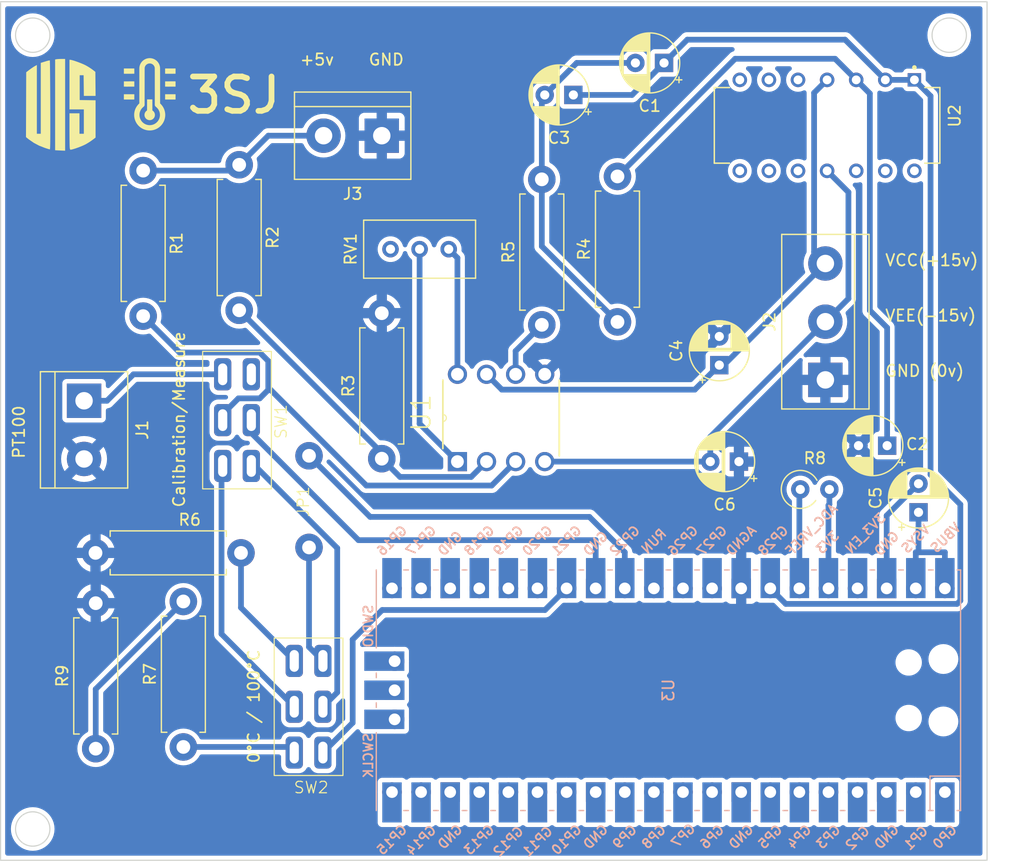
<source format=kicad_pcb>
(kicad_pcb (version 20221018) (generator pcbnew)
  (title_block (title "RTD Project") (date "2023-07-10") (rev "V1.0") (company "Diseño de sistemas Electronicos") (comment 1 "Guerrero Peña Juan Sebastian") (comment 2 "García Angarita Sebastián") (comment 3 "Valero García Laura Sofía") (comment 4 "Pineda Cardozo Juliana Lucía"))
  (layers (0 "F.Cu" signal) (31 "B.Cu" signal) (34 "B.Paste" user) (35 "F.Paste" user) (36 "B.SilkS" user "B.Silkscreen") (37 "F.SilkS" user "F.Silkscreen") (38 "B.Mask" user) (39 "F.Mask" user) (44 "Edge.Cuts" user))
  (net 0 "")
  (net 1 "Net-(U2A--)")
  (net 2 "Net-(C1-Pad2)")
  (net 3 "Net-(U2A-+)")
  (net 4 "GND")
  (net 5 "VCC")
  (net 6 "Net-(U3-VBUS)")
  (net 7 "Net-(C5-Pad2)")
  (net 8 "VEE")
  (net 9 "Net-(J1-Pin_1)")
  (net 10 "+5V")
  (net 11 "Net-(SW1A-B)")
  (net 12 "Net-(U1--)")
  (net 13 "Net-(R5-Pad1)")
  (net 14 "Net-(SW2A-C)")
  (net 15 "Net-(SW2A-A)")
  (net 16 "Net-(R7-Pad2)")
  (net 17 "Net-(U3-ADC_VREF)")
  (net 18 "Net-(U3-3V3)")
  (net 20 "Net-(RV1-Pad2)")
  (net 21 "Net-(RV1-Pad3)")
  (net 22 "Net-(SW1B-A)")
  (net 23 "Net-(SW1B-B)")
  (net 24 "Net-(SW2B-A)")
  (net 57 "Net-(SW1A-A)")
  (net 58 "Net-(JP1-A)")
  (net 59 "Net-(JP1-B)")
  (footprint "Resistor_THT:R_Axial_DIN0411_L9.9mm_D3.6mm_P12.70mm_Horizontal" (layer "F.Cu") (at 63.92 87.68 90)
    (fp_text reference "R9" (at 6.35 -2.92 90) (layer "F.SilkS"))
    (fp_text value "20.6Ω")
    (pad "1" thru_hole circle (at 0 0 90) (size 2.4 2.4) (drill 1.2) (layers "*.Cu" "*.Mask") (net 16 "Net-(R7-Pad2)"))
    (pad "2" thru_hole oval (at 12.7 0 90) (size 2.4 2.4) (drill 1.2) (layers "*.Cu" "*.Mask") (net 4 "GND"))
  )
  (footprint "MyIcons:UIS" (layer "F.Cu") (at 60.86964 31.461017)
    (fp_text reference "G***" hide)
    (fp_text value "LOGO" hide)
  )
  (footprint "MyIcons:Temperature" (layer "F.Cu") (at 68.63 30.56)
    (fp_text reference "G***" hide)
    (fp_text value "LOGO" hide)
  )
  (footprint "MyLibrary:TerminalBlock_bornier-2_P5.08mm" (layer "F.Cu") (at 88.888 34.174 180)
    (fp_text reference "J3" (at 2.54 -5.08 180) (layer "F.SilkS"))
    (fp_text value "5vPower")
    (pad "1" thru_hole rect (at 0 0 180) (size 3 3) (drill 1.52) (layers "*.Cu" "*.Mask") (net 4 "GND"))
    (pad "2" thru_hole circle (at 5.08 0 180) (size 3 3) (drill 1.52) (layers "*.Cu" "*.Mask") (net 10 "+5V"))
  )
  (footprint "TerminalBlock:TerminalBlock_bornier-3_P5.08mm" (layer "F.Cu") (at 127.61 55.49 90)
    (fp_text reference "J2" (at 5.0749 -4.88 90) (layer "F.SilkS"))
    (fp_text value "Alimentacion")
    (pad "1" thru_hole rect (at 0 0 90) (size 3 3) (drill 1.52) (layers "*.Cu" "*.Mask") (net 4 "GND"))
    (pad "2" thru_hole circle (at 5.08 0 90) (size 3 3) (drill 1.52) (layers "*.Cu" "*.Mask") (net 8 "VEE"))
    (pad "3" thru_hole circle (at 10.16 0 90) (size 3 3) (drill 1.52) (layers "*.Cu" "*.Mask") (net 5 "VCC"))
  )
  (footprint "INA128P:DIP254P762X508-8" (layer "F.Cu") (at 103.112 55.002 90)
    (fp_text reference "U1" (at -3.357835 -10.785785 90) (layer "F.SilkS") (effects (font (size 1.642465 1.642465))))
    (fp_text value "INA129")
    (pad "1" thru_hole rect (at -7.62 -7.62 90) (size 1.6764 1.6764) (drill 1.1176) (layers "*.Cu" "*.Mask") (net 20 "Net-(RV1-Pad2)"))
    (pad "2" thru_hole circle (at -7.62 -5.08 90) (size 1.6764 1.6764) (drill 1.1176) (layers "*.Cu" "*.Mask") (net 12 "Net-(U1--)"))
    (pad "3" thru_hole circle (at -7.62 -2.54 90) (size 1.6764 1.6764) (drill 1.1176) (layers "*.Cu" "*.Mask") (net 11 "Net-(SW1A-B)"))
    (pad "4" thru_hole circle (at -7.62 0 90) (size 1.6764 1.6764) (drill 1.1176) (layers "*.Cu" "*.Mask") (net 8 "VEE"))
    (pad "5" thru_hole circle (at 0 0 90) (size 1.6764 1.6764) (drill 1.1176) (layers "*.Cu" "*.Mask") (net 4 "GND"))
    (pad "6" thru_hole circle (at 0 -2.54 90) (size 1.6764 1.6764) (drill 1.1176) (layers "*.Cu" "*.Mask") (net 13 "Net-(R5-Pad1)"))
    (pad "7" thru_hole circle (at 0 -5.08 90) (size 1.6764 1.6764) (drill 1.1176) (layers "*.Cu" "*.Mask") (net 5 "VCC"))
    (pad "8" thru_hole circle (at 0 -7.62 90) (size 1.6764 1.6764) (drill 1.1176) (layers "*.Cu" "*.Mask") (net 21 "Net-(RV1-Pad3)"))
  )
  (footprint "Capacitor_THT:CP_Radial_D5.0mm_P2.50mm" (layer "F.Cu") (at 120.065113 62.622 180)
    (fp_text reference "C6" (at 1.25 -3.75) (layer "F.SilkS"))
    (fp_text value "C_Polarized")
    (pad "1" thru_hole rect (at 0 0 180) (size 1.6 1.6) (drill 0.8) (layers "*.Cu" "*.Mask") (net 4 "GND"))
    (pad "2" thru_hole circle (at 2.5 0 180) (size 1.6 1.6) (drill 0.8) (layers "*.Cu" "*.Mask") (net 8 "VEE"))
  )
  (footprint "Resistor_THT:R_Axial_DIN0411_L9.9mm_D3.6mm_P12.70mm_Horizontal" (layer "F.Cu") (at 76.442 36.714 -90)
    (fp_text reference "R2" (at 6.35 -2.92 90) (layer "F.SilkS"))
    (fp_text value "4k")
    (pad "1" thru_hole circle (at 0 0 270) (size 2.4 2.4) (drill 1.2) (layers "*.Cu" "*.Mask") (net 10 "+5V"))
    (pad "2" thru_hole oval (at 12.7 0 270) (size 2.4 2.4) (drill 1.2) (layers "*.Cu" "*.Mask") (net 12 "Net-(U1--)"))
  )
  (footprint "Resistor_THT:R_Axial_DIN0411_L9.9mm_D3.6mm_P12.70mm_Horizontal" (layer "F.Cu") (at 71.57 87.53 90)
    (fp_text reference "R7" (at 6.35 -2.92 90) (layer "F.SilkS"))
    (fp_text value "117.9Ω")
    (pad "1" thru_hole circle (at 0 0 90) (size 2.4 2.4) (drill 1.2) (layers "*.Cu" "*.Mask") (net 15 "Net-(SW2A-A)"))
    (pad "2" thru_hole oval (at 12.7 0 90) (size 2.4 2.4) (drill 1.2) (layers "*.Cu" "*.Mask") (net 16 "Net-(R7-Pad2)"))
  )
  (footprint "MyLibrary:TerminalBlock_bornier-2_P5.08mm" (layer "F.Cu") (at 62.90205 57.312 -90)
    (fp_text reference "J1" (at 2.54 -5.08 -90) (layer "F.SilkS"))
    (fp_text value "PinToPT100")
    (pad "1" thru_hole rect (at 0 0 270) (size 3 3) (drill 1.52) (layers "*.Cu" "*.Mask") (net 9 "Net-(J1-Pin_1)"))
    (pad "2" thru_hole circle (at 5.08 0 270) (size 3 3) (drill 1.52) (layers "*.Cu" "*.Mask") (net 4 "GND"))
  )
  (footprint "Resistor_THT:R_Axial_DIN0411_L9.9mm_D3.6mm_P12.70mm_Horizontal" (layer "F.Cu") (at 88.888 62.368 90)
    (fp_text reference "R3" (at 6.35 -2.92 90) (layer "F.SilkS"))
    (fp_text value "100Ω")
    (pad "1" thru_hole circle (at 0 0 90) (size 2.4 2.4) (drill 1.2) (layers "*.Cu" "*.Mask") (net 12 "Net-(U1--)"))
    (pad "2" thru_hole oval (at 12.7 0 90) (size 2.4 2.4) (drill 1.2) (layers "*.Cu" "*.Mask") (net 4 "GND"))
  )
  (footprint "MyLibrary:DIP-Switch-2P2T" (layer "F.Cu") (at 76.25205 59.002 90)
    (fp_text reference "SW1" (at -0.128 3.83795 90 unlocked) (layer "F.SilkS") (effects (font (thickness 0.1))))
    (fp_text value "SW_DPDT_x2")
    (pad "1" thru_hole roundrect (at -4 -1.25 90) (size 2.8 1.5) (drill oval 1.9 0.8) (layers "*.Cu" "*.Mask") (net 57 "Net-(SW1A-A)"))
    (pad "2" thru_hole roundrect (at 0 -1.25 90) (size 2.8 1.5) (drill oval 1.9 0.8) (layers "*.Cu" "*.Mask") (net 11 "Net-(SW1A-B)"))
    (pad "3" thru_hole roundrect (at 4 -1.25 90) (size 2.8 1.5) (drill oval 1.9 0.8) (layers "*.Cu" "*.Mask") (net 9 "Net-(J1-Pin_1)"))
    (pad "4" thru_hole roundrect (at -4 1.25 270) (size 2.8 1.5) (drill oval 1.9 0.8) (layers "*.Cu" "*.Mask") (net 22 "Net-(SW1B-A)"))
    (pad "5" thru_hole roundrect (at 0 1.25 90) (size 2.8 1.5) (drill oval 1.9 0.8) (layers "*.Cu" "*.Mask") (net 23 "Net-(SW1B-B)"))
    (pad "6" thru_hole roundrect (at 4 1.25 90) (size 2.8 1.5) (drill oval 1.9 0.8) (layers "*.Cu" "*.Mask"))
  )
  (footprint "Resistor_THT:R_Axial_DIN0309_L9.0mm_D3.2mm_P2.54mm_Vertical" (layer "F.Cu") (at 125.42 65.05)
    (fp_text reference "R8" (at 1.27 -2.72) (layer "F.SilkS"))
    (fp_text value "100")
    (pad "1" thru_hole circle (at 0 0) (size 1.6 1.6) (drill 0.8) (layers "*.Cu" "*.Mask") (net 17 "Net-(U3-ADC_VREF)"))
    (pad "2" thru_hole oval (at 2.54 0) (size 1.6 1.6) (drill 0.8) (layers "*.Cu" "*.Mask") (net 18 "Net-(U3-3V3)"))
  )
  (footprint "Capacitor_THT:CP_Radial_D5.0mm_P2.50mm" (layer "F.Cu") (at 133 61.23 180)
    (fp_text reference "C2" (at -2.624 0.132) (layer "F.SilkS"))
    (fp_text value "10u")
    (pad "1" thru_hole rect (at 0 0 180) (size 1.6 1.6) (drill 0.8) (layers "*.Cu" "*.Mask") (net 3 "Net-(U2A-+)"))
    (pad "2" thru_hole circle (at 2.5 0 180) (size 1.6 1.6) (drill 0.8) (layers "*.Cu" "*.Mask") (net 4 "GND"))
  )
  (footprint "Capacitor_THT:CP_Radial_D5.0mm_P2.50mm" (layer "F.Cu") (at 113.526 27.824 180)
    (fp_text reference "C1" (at 1.25 -3.75) (layer "F.SilkS"))
    (fp_text value "10u")
    (pad "1" thru_hole rect (at 0 0 180) (size 1.6 1.6) (drill 0.8) (layers "*.Cu" "*.Mask") (net 1 "Net-(U2A--)"))
    (pad "2" thru_hole circle (at 2.5 0 180) (size 1.6 1.6) (drill 0.8) (layers "*.Cu" "*.Mask") (net 2 "Net-(C1-Pad2)"))
  )
  (footprint "Potentiometer_THT:Potentiometer_Bourns_3386C_Horizontal" (layer "F.Cu") (at 89.65 44.08 90)
    (fp_text reference "RV1" (at 0 -3.475 90) (layer "F.SilkS"))
    (fp_text value "RTrim")
    (pad "1" thru_hole circle (at 0 0 90) (size 1.44 1.44) (drill 0.8) (layers "*.Cu" "*.Mask"))
    (pad "2" thru_hole circle (at 0 2.54 90) (size 1.44 1.44) (drill 0.8) (layers "*.Cu" "*.Mask") (net 20 "Net-(RV1-Pad2)"))
    (pad "3" thru_hole circle (at 0 5.08 90) (size 1.44 1.44) (drill 0.8) (layers "*.Cu" "*.Mask") (net 21 "Net-(RV1-Pad3)"))
  )
  (footprint "Resistor_THT:R_Axial_DIN0411_L9.9mm_D3.6mm_P12.70mm_Horizontal" (layer "F.Cu") (at 76.6 70.59 180)
    (fp_text reference "R6" (at 4.476 2.888) (layer "F.SilkS"))
    (fp_text value "100Ω")
    (pad "1" thru_hole circle (at 0 0 180) (size 2.4 2.4) (drill 1.2) (layers "*.Cu" "*.Mask") (net 14 "Net-(SW2A-C)"))
    (pad "2" thru_hole oval (at 12.7 0 180) (size 2.4 2.4) (drill 1.2) (layers "*.Cu" "*.Mask") (net 4 "GND"))
  )
  (footprint "Capacitor_THT:CP_Radial_D5.0mm_P2.50mm" (layer "F.Cu") (at 105.612 30.618 180)
    (fp_text reference "C3" (at 1.25 -3.75) (layer "F.SilkS"))
    (fp_text value "10u")
    (pad "1" thru_hole rect (at 0 0 180) (size 1.6 1.6) (drill 0.8) (layers "*.Cu" "*.Mask") (net 1 "Net-(U2A--)"))
    (pad "2" thru_hole circle (at 2.5 0 180) (size 1.6 1.6) (drill 0.8) (layers "*.Cu" "*.Mask") (net 2 "Net-(C1-Pad2)"))
  )
  (footprint "Capacitor_THT:CP_Radial_D5.0mm_P2.50mm" (layer "F.Cu") (at 118.352 54.2 90)
    (fp_text reference "C4" (at 1.25 -3.75 90) (layer "F.SilkS"))
    (fp_text value "C_Polarized")
    (pad "1" thru_hole rect (at 0 0 90) (size 1.6 1.6) (drill 0.8) (layers "*.Cu" "*.Mask") (net 5 "VCC"))
    (pad "2" thru_hole circle (at 2.5 0 90) (size 1.6 1.6) (drill 0.8) (layers "*.Cu" "*.Mask") (net 4 "GND"))
  )
  (footprint "Resistor_THT:R_Axial_DIN0411_L9.9mm_D3.6mm_P12.70mm_Horizontal" (layer "F.Cu") (at 109.462 50.43 90)
    (fp_text reference "R4" (at 6.35 -2.92 90) (layer "F.SilkS"))
    (fp_text value "1k")
    (pad "1" thru_hole circle (at 0 0 90) (size 2.4 2.4) (drill 1.2) (layers "*.Cu" "*.Mask") (net 2 "Net-(C1-Pad2)"))
    (pad "2" thru_hole oval (at 12.7 0 90) (size 2.4 2.4) (drill 1.2) (layers "*.Cu" "*.Mask") (net 3 "Net-(U2A-+)"))
  )
  (footprint "TL084IN:DIP794W45P254L1969H508Q14" (layer "F.Cu") (at 127.76 33.2725 -90)
    (fp_text reference "U2" (at -0.825 -11.135 90) (layer "F.SilkS"))
    (fp_text value "TL084")
    (pad "1" thru_hole rect (at -3.97 -7.62 270) (size 1.17 1.17) (drill 0.77) (layers "*.Cu" "*.Mask") (net 1 "Net-(U2A--)"))
    (pad "2" thru_hole circle (at -3.97 -5.08 270) (size 1.27 1.27) (drill 0.77) (layers "*.Cu" "*.Mask") (net 1 "Net-(U2A--)"))
    (pad "3" thru_hole circle (at -3.97 -2.54 270) (size 1.27 1.27) (drill 0.77) (layers "*.Cu" "*.Mask") (net 3 "Net-(U2A-+)"))
    (pad "4" thru_hole circle (at -3.97 0 270) (size 1.27 1.27) (drill 0.77) (layers "*.Cu" "*.Mask") (net 5 "VCC"))
    (pad "5" thru_hole circle (at -3.97 2.54 270) (size 1.27 1.27) (drill 0.77) (layers "*.Cu" "*.Mask"))
    (pad "6" thru_hole circle (at -3.97 5.08 270) (size 1.27 1.27) (drill 0.77) (layers "*.Cu" "*.Mask"))
    (pad "7" thru_hole circle (at -3.97 7.62 270) (size 1.27 1.27) (drill 0.77) (layers "*.Cu" "*.Mask"))
    (pad "8" thru_hole circle (at 3.97 7.62 270) (size 1.27 1.27) (drill 0.77) (layers "*.Cu" "*.Mask"))
    (pad "9" thru_hole circle (at 3.97 5.08 270) (size 1.27 1.27) (drill 0.77) (layers "*.Cu" "*.Mask"))
    (pad "10" thru_hole circle (at 3.97 2.54 270) (size 1.27 1.27) (drill 0.77) (layers "*.Cu" "*.Mask"))
    (pad "11" thru_hole circle (at 3.97 0 270) (size 1.27 1.27) (drill 0.77) (layers "*.Cu" "*.Mask") (net 8 "VEE"))
    (pad "12" thru_hole circle (at 3.97 -2.54 270) (size 1.27 1.27) (drill 0.77) (layers "*.Cu" "*.Mask"))
    (pad "13" thru_hole circle (at 3.97 -5.08 270) (size 1.27 1.27) (drill 0.77) (layers "*.Cu" "*.Mask"))
    (pad "14" thru_hole circle (at 3.97 -7.62 270) (size 1.27 1.27) (drill 0.77) (layers "*.Cu" "*.Mask"))
  )
  (footprint "Resistor_THT:R_Axial_DIN0411_L9.9mm_D3.6mm_P12.70mm_Horizontal" (layer "F.Cu") (at 102.858 50.684 90)
    (fp_text reference "R5" (at 6.35 -2.92 90) (layer "F.SilkS"))
    (fp_text value "1k")
    (pad "1" thru_hole circle (at 0 0 90) (size 2.4 2.4) (drill 1.2) (layers "*.Cu" "*.Mask") (net 13 "Net-(R5-Pad1)"))
    (pad "2" thru_hole oval (at 12.7 0 90) (size 2.4 2.4) (drill 1.2) (layers "*.Cu" "*.Mask") (net 2 "Net-(C1-Pad2)"))
  )
  (footprint "MyLibrary:jumper-wire_8mm" (layer "F.Cu") (at 82.538 66.114 90)
    (fp_text reference "JP1" (at 0 -0.5 90 unlocked) (layer "F.SilkS") (effects (font (thickness 0.1))))
    (fp_text value "Jumper_2_Bridged")
    (pad "1" thru_hole circle (at -4 0 90) (size 2.4 2.4) (drill 1.2) (layers "*.Cu" "*.Mask") (net 58 "Net-(JP1-A)"))
    (pad "2" thru_hole circle (at 4 0 90) (size 2.4 2.4) (drill 1.2) (layers "*.Cu" "*.Mask") (net 59 "Net-(JP1-B)"))
  )
  (footprint "MyLibrary:DIP-Switch-2P2T" (layer "F.Cu") (at 82.5 84.02 90)
    (fp_text reference "SW2" (at -7.05 0.23 unlocked) (layer "F.SilkS") (effects (font (thickness 0.1))))
    (fp_text value "SW_DPDT_x2")
    (pad "1" thru_hole roundrect (at -4 -1.25 90) (size 2.8 1.5) (drill oval 1.9 0.8) (layers "*.Cu" "*.Mask") (net 15 "Net-(SW2A-A)"))
    (pad "2" thru_hole roundrect (at 0 -1.25 90) (size 2.8 1.5) (drill oval 1.9 0.8) (layers "*.Cu" "*.Mask") (net 57 "Net-(SW1A-A)"))
    (pad "3" thru_hole roundrect (at 4 -1.25 90) (size 2.8 1.5) (drill oval 1.9 0.8) (layers "*.Cu" "*.Mask") (net 14 "Net-(SW2A-C)"))
    (pad "4" thru_hole roundrect (at -4 1.25 270) (size 2.8 1.5) (drill oval 1.9 0.8) (layers "*.Cu" "*.Mask") (net 24 "Net-(SW2B-A)"))
    (pad "5" thru_hole roundrect (at 0 1.25 90) (size 2.8 1.5) (drill oval 1.9 0.8) (layers "*.Cu" "*.Mask") (net 22 "Net-(SW1B-A)"))
    (pad "6" thru_hole roundrect (at 4 1.25 90) (size 2.8 1.5) (drill oval 1.9 0.8) (layers "*.Cu" "*.Mask") (net 58 "Net-(JP1-A)"))
  )
  (footprint "Resistor_THT:R_Axial_DIN0411_L9.9mm_D3.6mm_P12.70mm_Horizontal" (layer "F.Cu") (at 68.06 37.222 -90)
    (fp_text reference "R1" (at 6.35 -2.92 90) (layer "F.SilkS"))
    (fp_text value "4k")
    (pad "1" thru_hole circle (at 0 0 270) (size 2.4 2.4) (drill 1.2) (layers "*.Cu" "*.Mask") (net 10 "+5V"))
    (pad "2" thru_hole oval (at 12.7 0 270) (size 2.4 2.4) (drill 1.2) (layers "*.Cu" "*.Mask") (net 11 "Net-(SW1A-B)"))
  )
  (footprint "Capacitor_THT:CP_Radial_D5.0mm_P2.50mm" (layer "F.Cu") (at 135.74 67.05 90)
    (fp_text reference "C5" (at 1.25 -3.75 90) (layer "F.SilkS"))
    (fp_text value "C_Polarized")
    (pad "1" thru_hole rect (at 0 0 90) (size 1.6 1.6) (drill 0.8) (layers "*.Cu" "*.Mask") (net 6 "Net-(U3-VBUS)"))
    (pad "2" thru_hole circle (at 2.5 0 90) (size 1.6 1.6) (drill 0.8) (layers "*.Cu" "*.Mask") (net 7 "Net-(C5-Pad2)"))
  )
  (footprint "MCU_RaspberryPi_and_Boards:RPi_Pico_SMD_TH" (layer "B.Cu") (at 113.91 82.58 90)
    (fp_text reference "U3" (at 0 0 90) (layer "B.SilkS") (effects (justify mirror)))
    (fp_text value "Pico")
    (fp_text user "GP16" (at 13.054 -24.13 45) (layer "B.SilkS") (effects (font (size 0.8 0.8)) (justify mirror)))
    (fp_text user "GND" (at 12.8 -6.35 45) (layer "B.SilkS") (effects (font (size 0.8 0.8)) (justify mirror)))
    (fp_text user "GP18" (at 13.054 -16.51 45) (layer "B.SilkS") (effects (font (size 0.8 0.8)) (justify mirror)))
    (fp_text user "GP7" (at -12.7 1.3 45) (layer "B.SilkS") (effects (font (size 0.8 0.8)) (justify mirror)))
    (fp_text user "GP12" (at -13.2 -13.97 45) (layer "B.SilkS") (effects (font (size 0.8 0.8)) (justify mirror)))
    (fp_text user "GP19" (at 13.054 -13.97 45) (layer "B.SilkS") (effects (font (size 0.8 0.8)) (justify mirror)))
    (fp_text user "3V3" (at 12.9 13.9 45) (layer "B.SilkS") (effects (font (size 0.8 0.8)) (justify mirror)))
    (fp_text user "GP3" (at -12.8 13.97 45) (layer "B.SilkS") (effects (font (size 0.8 0.8)) (justify mirror)))
    (fp_text user "GP5" (at -12.8 8.89 45) (layer "B.SilkS") (effects (font (size 0.8 0.8)) (justify mirror)))
    (fp_text user "GP8" (at -12.8 -1.27 45) (layer "B.SilkS") (effects (font (size 0.8 0.8)) (justify mirror)))
    (fp_text user "GP14" (at -13.1 -21.59 45) (layer "B.SilkS") (effects (font (size 0.8 0.8)) (justify mirror)))
    (fp_text user "GP22" (at 13.054 -3.81 45) (layer "B.SilkS") (effects (font (size 0.8 0.8)) (justify mirror)))
    (fp_text user "AGND" (at 13.054 6.35 45) (layer "B.SilkS") (effects (font (size 0.8 0.8)) (justify mirror)))
    (fp_text user "RUN" (at 13 -1.27 45) (layer "B.SilkS") (effects (font (size 0.8 0.8)) (justify mirror)))
    (fp_text user "GP1" (at -12.9 21.6 45) (layer "B.SilkS") (effects (font (size 0.8 0.8)) (justify mirror)))
    (fp_text user "SWDIO" (at 5.6 -26.2 90) (layer "B.SilkS") (effects (font (size 0.8 0.8)) (justify mirror)))
    (fp_text user "GP27" (at 13.054 3.8 45) (layer "B.SilkS") (effects (font (size 0.8 0.8)) (justify mirror)))
    (fp_text user "GND" (at -12.8 -6.35 45) (layer "B.SilkS") (effects (font (size 0.8 0.8)) (justify mirror)))
    (fp_text user "GP13" (at -13.054 -16.51 45) (layer "B.SilkS") (effects (font (size 0.8 0.8)) (justify mirror)))
    (fp_text user "SWCLK" (at -5.7 -26.2 90) (layer "B.SilkS") (effects (font (size 0.8 0.8)) (justify mirror)))
    (fp_text user "GP6" (at -12.8 3.81 45) (layer "B.SilkS") (effects (font (size 0.8 0.8)) (justify mirror)))
    (fp_text user "GP20" (at 13.054 -11.43 45) (layer "B.SilkS") (effects (font (size 0.8 0.8)) (justify mirror)))
    (fp_text user "ADC_VREF" (at 14 12.5 45) (layer "B.SilkS") (effects (font (size 0.8 0.8)) (justify mirror)))
    (fp_text user "GP11" (at -13.2 -11.43 45) (layer "B.SilkS") (effects (font (size 0.8 0.8)) (justify mirror)))
    (fp_text user "GP28" (at 13.054 9.144 45) (layer "B.SilkS") (effects (font (size 0.8 0.8)) (justify mirror)))
    (fp_text user "GP10" (at -13.054 -8.89 45) (layer "B.SilkS") (effects (font (size 0.8 0.8)) (justify mirror)))
    (fp_text user "GP0" (at -12.8 24.13 45) (layer "B.SilkS") (effects (font (size 0.8 0.8)) (justify mirror)))
    (fp_text user "GP26" (at 13.054 1.27 45) (layer "B.SilkS") (effects (font (size 0.8 0.8)) (justify mirror)))
    (fp_text user "GND" (at 12.8 19.05 45) (layer "B.SilkS") (effects (font (size 0.8 0.8)) (justify mirror)))
    (fp_text user "GP2" (at -12.9 16.51 45) (layer "B.SilkS") (effects (font (size 0.8 0.8)) (justify mirror)))
    (fp_text user "GND" (at 12.8 -19.05 45) (layer "B.SilkS") (effects (font (size 0.8 0.8)) (justify mirror)))
    (fp_text user "GP15" (at -13.054 -24.13 45) (layer "B.SilkS") (effects (font (size 0.8 0.8)) (justify mirror)))
    (fp_text user "GND" (at -12.8 -19.05 45) (layer "B.SilkS") (effects (font (size 0.8 0.8)) (justify mirror)))
    (fp_text user "GP21" (at 13.054 -8.9 45) (layer "B.SilkS") (effects (font (size 0.8 0.8)) (justify mirror)))
    (fp_text user "GP4" (at -12.8 11.43 45) (layer "B.SilkS") (effects (font (size 0.8 0.8)) (justify mirror)))
    (fp_text user "VBUS" (at 13.3 24.2 45) (layer "B.SilkS") (effects (font (size 0.8 0.8)) (justify mirror)))
    (fp_text user "GND" (at -12.8 19.05 45) (layer "B.SilkS") (effects (font (size 0.8 0.8)) (justify mirror)))
    (fp_text user "3V3_EN" (at 13.7 17.2 45) (layer "B.SilkS") (effects (font (size 0.8 0.8)) (justify mirror)))
    (fp_text user "GND" (at -12.8 6.35 45) (layer "B.SilkS") (effects (font (size 0.8 0.8)) (justify mirror)))
    (fp_text user "VSYS" (at 13.2 21.59 45) (layer "B.SilkS") (effects (font (size 0.8 0.8)) (justify mirror)))
    (fp_text user "GP17" (at 13.054 -21.59 45) (layer "B.SilkS") (effects (font (size 0.8 0.8)) (justify mirror)))
    (fp_text user "GP9" (at -12.8 -3.81 45) (layer "B.SilkS") (effects (font (size 0.8 0.8)) (justify mirror)))
    (pad "" np_thru_hole oval (at -2.725 24 90) (size 1.8 1.8) (drill 1.8) (layers "*.Cu" "*.Mask"))
    (pad "" np_thru_hole oval (at -2.425 20.97 90) (size 1.5 1.5) (drill 1.5) (layers "*.Cu" "*.Mask"))
    (pad "" np_thru_hole oval (at 2.425 20.97 90) (size 1.5 1.5) (drill 1.5) (layers "*.Cu" "*.Mask"))
    (pad "" np_thru_hole oval (at 2.725 24 90) (size 1.8 1.8) (drill 1.8) (layers "*.Cu" "*.Mask"))
    (pad "1" thru_hole oval (at -8.89 24.13 90) (size 1.7 1.7) (drill 1.02) (layers "*.Cu" "*.Mask"))
    (pad "1" smd rect (at -8.89 24.13 90) (size 3.5 1.7) (drill (offset -0.9 0)) (layers "B.Cu" "B.Mask"))
    (pad "2" thru_hole oval (at -8.89 21.59 90) (size 1.7 1.7) (drill 1.02) (layers "*.Cu" "*.Mask"))
    (pad "2" smd rect (at -8.89 21.59 90) (size 3.5 1.7) (drill (offset -0.9 0)) (layers "B.Cu" "B.Mask"))
    (pad "3" thru_hole rect (at -8.89 19.05 90) (size 1.7 1.7) (drill 1.02) (layers "*.Cu" "*.Mask"))
    (pad "3" smd rect (at -8.89 19.05 90) (size 3.5 1.7) (drill (offset -0.9 0)) (layers "B.Cu" "B.Mask"))
    (pad "4" thru_hole oval (at -8.89 16.51 90) (size 1.7 1.7) (drill 1.02) (layers "*.Cu" "*.Mask"))
    (pad "4" smd rect (at -8.89 16.51 90) (size 3.5 1.7) (drill (offset -0.9 0)) (layers "B.Cu" "B.Mask"))
    (pad "5" thru_hole oval (at -8.89 13.97 90) (size 1.7 1.7) (drill 1.02) (layers "*.Cu" "*.Mask"))
    (pad "5" smd rect (at -8.89 13.97 90) (size 3.5 1.7) (drill (offset -0.9 0)) (layers "B.Cu" "B.Mask"))
    (pad "6" thru_hole oval (at -8.89 11.43 90) (size 1.7 1.7) (drill 1.02) (layers "*.Cu" "*.Mask"))
    (pad "6" smd rect (at -8.89 11.43 90) (size 3.5 1.7) (drill (offset -0.9 0)) (layers "B.Cu" "B.Mask"))
    (pad "7" thru_hole oval (at -8.89 8.89 90) (size 1.7 1.7) (drill 1.02) (layers "*.Cu" "*.Mask"))
    (pad "7" smd rect (at -8.89 8.89 90) (size 3.5 1.7) (drill (offset -0.9 0)) (layers "B.Cu" "B.Mask"))
    (pad "8" thru_hole rect (at -8.89 6.35 90) (size 1.7 1.7) (drill 1.02) (layers "*.Cu" "*.Mask"))
    (pad "8" smd rect (at -8.89 6.35 90) (size 3.5 1.7) (drill (offset -0.9 0)) (layers "B.Cu" "B.Mask"))
    (pad "9" thru_hole oval (at -8.89 3.81 90) (size 1.7 1.7) (drill 1.02) (layers "*.Cu" "*.Mask"))
    (pad "9" smd rect (at -8.89 3.81 90) (size 3.5 1.7) (drill (offset -0.9 0)) (layers "B.Cu" "B.Mask"))
    (pad "10" thru_hole oval (at -8.89 1.27 90) (size 1.7 1.7) (drill 1.02) (layers "*.Cu" "*.Mask"))
    (pad "10" smd rect (at -8.89 1.27 90) (size 3.5 1.7) (drill (offset -0.9 0)) (layers "B.Cu" "B.Mask"))
    (pad "11" thru_hole oval (at -8.89 -1.27 90) (size 1.7 1.7) (drill 1.02) (layers "*.Cu" "*.Mask"))
    (pad "11" smd rect (at -8.89 -1.27 90) (size 3.5 1.7) (drill (offset -0.9 0)) (layers "B.Cu" "B.Mask"))
    (pad "12" thru_hole oval (at -8.89 -3.81 90) (size 1.7 1.7) (drill 1.02) (layers "*.Cu" "*.Mask"))
    (pad "12" smd rect (at -8.89 -3.81 90) (size 3.5 1.7) (drill (offset -0.9 0)) (layers "B.Cu" "B.Mask"))
    (pad "13" thru_hole rect (at -8.89 -6.35 90) (size 1.7 1.7) (drill 1.02) (layers "*.Cu" "*.Mask"))
    (pad "13" smd rect (at -8.89 -6.35 90) (size 3.5 1.7) (drill (offset -0.9 0)) (layers "B.Cu" "B.Mask"))
    (pad "14" thru_hole oval (at -8.89 -8.89 90) (size 1.7 1.7) (drill 1.02) (layers "*.Cu" "*.Mask"))
    (pad "14" smd rect (at -8.89 -8.89 90) (size 3.5 1.7) (drill (offset -0.9 0)) (layers "B.Cu" "B.Mask"))
    (pad "15" thru_hole oval (at -8.89 -11.43 90) (size 1.7 1.7) (drill 1.02) (layers "*.Cu" "*.Mask"))
    (pad "15" smd rect (at -8.89 -11.43 90) (size 3.5 1.7) (drill (offset -0.9 0)) (layers "B.Cu" "B.Mask"))
    (pad "16" thru_hole oval (at -8.89 -13.97 90) (size 1.7 1.7) (drill 1.02) (layers "*.Cu" "*.Mask"))
    (pad "16" smd rect (at -8.89 -13.97 90) (size 3.5 1.7) (drill (offset -0.9 0)) (layers "B.Cu" "B.Mask"))
    (pad "17" thru_hole oval (at -8.89 -16.51 90) (size 1.7 1.7) (drill 1.02) (layers "*.Cu" "*.Mask"))
    (pad "17" smd rect (at -8.89 -16.51 90) (size 3.5 1.7) (drill (offset -0.9 0)) (layers "B.Cu" "B.Mask"))
    (pad "18" thru_hole rect (at -8.89 -19.05 90) (size 1.7 1.7) (drill 1.02) (layers "*.Cu" "*.Mask"))
    (pad "18" smd rect (at -8.89 -19.05 90) (size 3.5 1.7) (drill (offset -0.9 0)) (layers "B.Cu" "B.Mask"))
    (pad "19" thru_hole oval (at -8.89 -21.59 90) (size 1.7 1.7) (drill 1.02) (layers "*.Cu" "*.Mask"))
    (pad "19" smd rect (at -8.89 -21.59 90) (size 3.5 1.7) (drill (offset -0.9 0)) (layers "B.Cu" "B.Mask"))
    (pad "20" thru_hole oval (at -8.89 -24.13 90) (size 1.7 1.7) (drill 1.02) (layers "*.Cu" "*.Mask"))
    (pad "20" smd rect (at -8.89 -24.13 90) (size 3.5 1.7) (drill (offset -0.9 0)) (layers "B.Cu" "B.Mask"))
    (pad "21" thru_hole oval (at 8.89 -24.13 90) (size 1.7 1.7) (drill 1.02) (layers "*.Cu" "*.Mask"))
    (pad "21" smd rect (at 8.89 -24.13 90) (size 3.5 1.7) (drill (offset 0.9 0)) (layers "B.Cu" "B.Mask"))
    (pad "22" thru_hole oval (at 8.89 -21.59 90) (size 1.7 1.7) (drill 1.02) (layers "*.Cu" "*.Mask"))
    (pad "22" smd rect (at 8.89 -21.59 90) (size 3.5 1.7) (drill (offset 0.9 0)) (layers "B.Cu" "B.Mask"))
    (pad "23" thru_hole rect (at 8.89 -19.05 90) (size 1.7 1.7) (drill 1.02) (layers "*.Cu" "*.Mask"))
    (pad "23" smd rect (at 8.89 -19.05 90) (size 3.5 1.7) (drill (offset 0.9 0)) (layers "B.Cu" "B.Mask"))
    (pad "24" thru_hole oval (at 8.89 -16.51 90) (size 1.7 1.7) (drill 1.02) (layers "*.Cu" "*.Mask"))
    (pad "24" smd rect (at 8.89 -16.51 90) (size 3.5 1.7) (drill (offset 0.9 0)) (layers "B.Cu" "B.Mask"))
    (pad "25" thru_hole oval (at 8.89 -13.97 90) (size 1.7 1.7) (drill 1.02) (layers "*.Cu" "*.Mask"))
    (pad "25" smd rect (at 8.89 -13.97 90) (size 3.5 1.7) (drill (offset 0.9 0)) (layers "B.Cu" "B.Mask"))
    (pad "26" thru_hole oval (at 8.89 -11.43 90) (size 1.7 1.7) (drill 1.02) (layers "*.Cu" "*.Mask"))
    (pad "26" smd rect (at 8.89 -11.43 90) (size 3.5 1.7) (drill (offset 0.9 0)) (layers "B.Cu" "B.Mask"))
    (pad "27" thru_hole oval (at 8.89 -8.89 90) (size 1.7 1.7) (drill 1.02) (layers "*.Cu" "*.Mask") (net 24 "Net-(SW2B-A)"))
    (pad "27" smd rect (at 8.89 -8.89 90) (size 3.5 1.7) (drill (offset 0.9 0)) (layers "B.Cu" "B.Mask") (net 24 "Net-(SW2B-A)"))
    (pad "28" thru_hole rect (at 8.89 -6.35 90) (size 1.7 1.7) (drill 1.02) (layers "*.Cu" "*.Mask") (net 23 "Net-(SW1B-B)"))
    (pad "28" smd rect (at 8.89 -6.35 90) (size 3.5 1.7) (drill (offset 0.9 0)) (layers "B.Cu" "B.Mask") (net 23 "Net-(SW1B-B)"))
    (pad "29" thru_hole oval (at 8.89 -3.81 90) (size 1.7 1.7) (drill 1.02) (layers "*.Cu" "*.Mask") (net 59 "Net-(JP1-B)"))
    (pad "29" smd rect (at 8.89 -3.81 90) (size 3.5 1.7) (drill (offset 0.9 0)) (layers "B.Cu" "B.Mask") (net 59 "Net-(JP1-B)"))
    (pad "30" thru_hole oval (at 8.89 -1.27 90) (size 1.7 1.7) (drill 1.02) (layers "*.Cu" "*.Mask"))
    (pad "30" smd rect (at 8.89 -1.27 90) (size 3.5 1.7) (drill (offset 0.9 0)) (layers "B.Cu" "B.Mask"))
    (pad "31" thru_hole oval (at 8.89 1.27 90) (size 1.7 1.7) (drill 1.02) (layers "*.Cu" "*.Mask"))
    (pad "31" smd rect (at 8.89 1.27 90) (size 3.5 1.7) (drill (offset 0.9 0)) (layers "B.Cu" "B.Mask"))
    (pad "32" thru_hole oval (at 8.89 3.81 90) (size 1.7 1.7) (drill 1.02) (layers "*.Cu" "*.Mask"))
    (pad "32" smd rect (at 8.89 3.81 90) (size 3.5 1.7) (drill (offset 0.9 0)) (layers "B.Cu" "B.Mask"))
    (pad "33" thru_hole rect (at 8.89 6.35 90) (size 1.7 1.7) (drill 1.02) (layers "*.Cu" "*.Mask") (net 4 "GND"))
    (pad "33" smd rect (at 8.89 6.35 90) (size 3.5 1.7) (drill (offset 0.9 0)) (layers "B.Cu" "B.Mask") (net 4 "GND"))
    (pad "34" thru_hole oval (at 8.89 8.89 90) (size 1.7 1.7) (drill 1.02) (layers "*.Cu" "*.Mask") (net 1 "Net-(U2A--)"))
    (pad "34" smd rect (at 8.89 8.89 90) (size 3.5 1.7) (drill (offset 0.9 0)) (layers "B.Cu" "B.Mask") (net 1 "Net-(U2A--)"))
    (pad "35" thru_hole oval (at 8.89 11.43 90) (size 1.7 1.7) (drill 1.02) (layers "*.Cu" "*.Mask") (net 17 "Net-(U3-ADC_VREF)"))
    (pad "35" smd rect (at 8.89 11.43 90) (size 3.5 1.7) (drill (offset 0.9 0)) (layers "B.Cu" "B.Mask") (net 17 "Net-(U3-ADC_VREF)"))
    (pad "36" thru_hole oval (at 8.89 13.97 90) (size 1.7 1.7) (drill 1.02) (layers "*.Cu" "*.Mask") (net 18 "Net-(U3-3V3)"))
    (pad "36" smd rect (at 8.89 13.97 90) (size 3.5 1.7) (drill (offset 0.9 0)) (layers "B.Cu" "B.Mask") (net 18 "Net-(U3-3V3)"))
    (pad "37" thru_hole oval (at 8.89 16.51 90) (size 1.7 1.7) (drill 1.02) (layers "*.Cu" "*.Mask"))
    (pad "37" smd rect (at 8.89 16.51 90) (size 3.5 1.7) (drill (offset 0.9 0)) (layers "B.Cu" "B.Mask"))
    (pad "38" thru_hole rect (at 8.89 19.05 90) (size 1.7 1.7) (drill 1.02) (layers "*.Cu" "*.Mask") (net 7 "Net-(C5-Pad2)"))
    (pad "38" smd rect (at 8.89 19.05 90) (size 3.5 1.7) (drill (offset 0.9 0)) (layers "B.Cu" "B.Mask") (net 7 "Net-(C5-Pad2)"))
    (pad "39" thru_hole oval (at 8.89 21.59 90) (size 1.7 1.7) (drill 1.02) (layers "*.Cu" "*.Mask") (net 6 "Net-(U3-VBUS)"))
    (pad "39" smd rect (at 8.89 21.59 90) (size 3.5 1.7) (drill (offset 0.9 0)) (layers "B.Cu" "B.Mask") (net 6 "Net-(U3-VBUS)"))
    (pad "40" thru_hole oval (at 8.89 24.13 90) (size 1.7 1.7) (drill 1.02) (layers "*.Cu" "*.Mask") (net 6 "Net-(U3-VBUS)"))
    (pad "40" smd rect (at 8.89 24.13 90) (size 3.5 1.7) (drill (offset 0.9 0)) (layers "B.Cu" "B.Mask") (net 6 "Net-(U3-VBUS)"))
    (pad "41" thru_hole oval (at -2.54 -23.9 90) (size 1.7 1.7) (drill 1.02) (layers "*.Cu" "*.Mask"))
    (pad "41" smd rect (at -2.54 -23.9) (size 3.5 1.7) (drill (offset -0.9 0)) (layers "B.Cu" "B.Mask"))
    (pad "42" thru_hole rect (at 0 -23.9 90) (size 1.7 1.7) (drill 1.02) (layers "*.Cu" "*.Mask"))
    (pad "42" smd rect (at 0 -23.9) (size 3.5 1.7) (drill (offset -0.9 0)) (layers "B.Cu" "B.Mask"))
    (pad "43" thru_hole oval (at 2.54 -23.9 90) (size 1.7 1.7) (drill 1.02) (layers "*.Cu" "*.Mask"))
    (pad "43" smd rect (at 2.54 -23.9) (size 3.5 1.7) (drill (offset -0.9 0)) (layers "B.Cu" "B.Mask"))
  )
  (gr_rect (start 55.614 22.48) (end 141.72 97.42) (stroke (width 0.1)) (fill none) (layer "Edge.Cuts"))
  (gr_circle (center 58.42 25.4) (end 59.92 25.4) (stroke (width 0.1)) (fill none) (layer "Edge.Cuts"))
  (gr_circle (center 58.42 94.69) (end 59.92 94.69) (stroke (width 0.1)) (fill none) (layer "Edge.Cuts"))
  (gr_circle (center 138.42 25.4) (end 139.92 25.4) (stroke (width 0.1)) (fill none) (layer "Edge.Cuts"))
  (gr_text "Calibration/Measure" (at 71.78 66.71 90) (layer "F.SilkS") (effects (font (size 1 1)) (justify left bottom)))
  (gr_text "+5v    GND" (at 81.66 28.12) (layer "F.SilkS") (effects (font (size 1 1)) (justify left bottom)))
  (gr_text "VCC(+15v)\n\n\nVEE(-15v)\n\n\nGND (0v)\n" (at 132.75 55.29) (layer "F.SilkS") (effects (font (size 1 1)) (justify left bottom)))
  (gr_text "3SJ" (at 71.65 32.4) (layer "F.SilkS") (effects (font (size 3 3) (thickness 0.5) bold) (justify left bottom)))
  (gr_text "PT100" (at 57.8 62.45 90) (layer "F.SilkS") (effects (font (size 1 1)) (justify left bottom)))
  (gr_text "0°C / 100°C" (at 78.3 89.04 90) (layer "F.SilkS") (effects (font (size 1 1)) (justify left bottom)))
  (segment (start 122.8 73.69) (end 124.1519 75.0419) (width 0.5) (layer "B.Cu") (net 1))
  (segment (start 139.1087 75.0419) (end 139.39 74.7606) (width 0.5) (layer "B.Cu") (net 1))
  (segment (start 113.526 27.824) (end 115.558 25.792) (width 0.5) (layer "B.Cu") (net 1))
  (segment (start 113.526 27.824) (end 110.732 30.618) (width 0.5) (layer "B.Cu") (net 1))
  (segment (start 129.3295 25.792) (end 132.84 29.3025) (width 0.5) (layer "B.Cu") (net 1))
  (segment (start 124.1519 75.0419) (end 139.1087 75.0419) (width 0.5) (layer "B.Cu") (net 1))
  (segment (start 136.79 30.7125) (end 135.38 29.3025) (width 0.5) (layer "B.Cu") (net 1))
  (segment (start 139.39 74.7606) (end 139.39 66.361522) (width 0.5) (layer "B.Cu") (net 1))
  (segment (start 139.39 66.361522) (end 136.79 63.761522) (width 0.5) (layer "B.Cu") (net 1))
  (segment (start 115.558 25.792) (end 129.3295 25.792) (width 0.5) (layer "B.Cu") (net 1))
  (segment (start 136.79 63.761522) (end 136.79 30.7125) (width 0.5) (layer "B.Cu") (net 1))
  (segment (start 110.732 30.618) (end 105.612 30.618) (width 0.5) (layer "B.Cu") (net 1))
  (segment (start 132.84 29.3025) (end 135.38 29.3025) (width 0.5) (layer "B.Cu") (net 1))
  (segment (start 102.858 30.872) (end 103.112 30.618) (width 0.5) (layer "B.Cu") (net 2))
  (segment (start 105.906 27.824) (end 103.112 30.618) (width 0.5) (layer "B.Cu") (net 2))
  (segment (start 111.026 27.824) (end 105.906 27.824) (width 0.5) (layer "B.Cu") (net 2))
  (segment (start 102.858 37.984) (end 102.858 30.872) (width 0.5) (layer "B.Cu") (net 2))
  (segment (start 102.858 37.984) (end 102.858 43.826) (width 0.5) (layer "B.Cu") (net 2))
  (segment (start 102.858 43.826) (end 109.462 50.43) (width 0.5) (layer "B.Cu") (net 2))
  (segment (start 133 61.23) (end 133 50.9368) (width 0.5) (layer "B.Cu") (net 3))
  (segment (start 131.4906 30.4931) (end 131.4906 49.4274) (width 0.5) (layer "B.Cu") (net 3))
  (segment (start 128.4575 27.46) (end 130.3 29.3025) (width 0.5) (layer "B.Cu") (net 3))
  (segment (start 133 50.9368) (end 131.4906 49.4274) (width 0.5) (layer "B.Cu") (net 3))
  (segment (start 119.732 27.46) (end 128.4575 27.46) (width 0.5) (layer "B.Cu") (net 3))
  (segment (start 130.3 29.3025) (end 131.4906 30.4931) (width 0.5) (layer "B.Cu") (net 3))
  (segment (start 109.462 37.73) (end 119.732 27.46) (width 0.5) (layer "B.Cu") (net 3))
  (segment (start 120.065113 73.495113) (end 120.26 73.69) (width 1) (layer "B.Cu") (net 4))
  (segment (start 118.74 54.2) (end 127.61 45.33) (width 0.5) (layer "B.Cu") (net 5))
  (segment (start 127.76 29.3025) (end 126.625 30.4375) (width 0.5) (layer "B.Cu") (net 5))
  (segment (start 118.352 54.2) (end 116.2118 56.3402) (width 0.5) (layer "B.Cu") (net 5))
  (segment (start 118.352 54.2) (end 118.74 54.2) (width 0.5) (layer "B.Cu") (net 5))
  (segment (start 126.625 30.4375) (end 126.625 44.345) (width 0.5) (layer "B.Cu") (net 5))
  (segment (start 116.2118 56.3402) (end 99.3702 56.3402) (width 0.5) (layer "B.Cu") (net 5))
  (segment (start 99.3702 56.3402) (end 98.032 55.002) (width 0.5) (layer "B.Cu") (net 5))
  (segment (start 126.625 44.345) (end 127.61 45.33) (width 0.5) (layer "B.Cu") (net 5))
  (segment (start 138.04 73.69) (end 138.04 70.5381) (width 0.5) (layer "B.Cu") (net 6))
  (segment (start 135.5 70.5381) (end 135.74 70.5381) (width 0.5) (layer "B.Cu") (net 6))
  (segment (start 135.74 67.05) (end 135.74 68.3519) (width 0.5) (layer "B.Cu") (net 6))
  (segment (start 135.74 70.5381) (end 138.04 70.5381) (width 0.5) (layer "B.Cu") (net 6))
  (segment (start 135.74 68.3519) (end 135.74 70.5381) (width 0.5) (layer "B.Cu") (net 6))
  (segment (start 135.5 73.69) (end 135.5 70.5381) (width 0.5) (layer "B.Cu") (net 6))
  (segment (start 132.96 67.33) (end 135.74 64.55) (width 0.5) (layer "B.Cu") (net 7))
  (segment (start 132.96 73.69) (end 132.96 67.33) (width 0.5) (layer "B.Cu") (net 7))
  (segment (start 129.6224 48.3976) (end 127.61 50.41) (width 0.5) (layer "B.Cu") (net 8))
  (segment (start 117.565113 60.454887) (end 127.61 50.41) (width 0.5) (layer "B.Cu") (net 8))
  (segment (start 117.565113 62.622) (end 117.565113 60.454887) (width 0.5) (layer "B.Cu") (net 8))
  (segment (start 117.565113 62.622) (end 103.112 62.622) (width 0.5) (layer "B.Cu") (net 8))
  (segment (start 129.6224 39.1049) (end 129.6224 48.3976) (width 0.5) (layer "B.Cu") (net 8))
  (segment (start 127.76 37.2425) (end 129.6224 39.1049) (width 0.5) (layer "B.Cu") (net 8))
  (segment (start 67.21395 55.002) (end 75.00205 55.002) (width 0.5) (layer "B.Cu") (net 9))
  (segment (start 64.90395 57.312) (end 67.21395 55.002) (width 0.5) (layer "B.Cu") (net 9))
  (segment (start 62.90205 57.312) (end 64.90395 57.312) (width 0.5) (layer "B.Cu") (net 9))
  (segment (start 83.808 34.174) (end 78.982 34.174) (width 0.5) (layer "B.Cu") (net 10))
  (segment (start 78.982 34.174) (end 76.442 36.714) (width 0.5) (layer "B.Cu") (net 10))
  (segment (start 68.06 37.222) (end 75.934 37.222) (width 0.5) (layer "B.Cu") (net 10))
  (segment (start 75.934 37.222) (end 76.442 36.714) (width 0.5) (layer "B.Cu") (net 10))
  (segment (start 75.00205 58.47395) (end 75.00205 59.002) (width 0.5) (layer "B.Cu") (net 11))
  (segment (start 71.24 53.102) (end 78.239487 53.102) (width 0.5) (layer "B.Cu") (net 11))
  (segment (start 100.572 62.622) (end 98.4838 64.7102) (width 0.5) (layer "B.Cu") (net 11))
  (segment (start 78.982 56.359487) (end 78.239487 57.102) (width 0.5) (layer "B.Cu") (net 11))
  (segment (start 87.538364 64.7102) (end 79.187651 56.359487) (width 0.5) (layer "B.Cu") (net 11))
  (segment (start 98.4838 64.7102) (end 87.538364 64.7102) (width 0.5) (layer "B.Cu") (net 11))
  (segment (start 79.187651 56.359487) (end 78.982 56.359487) (width 0.5) (layer "B.Cu") (net 11))
  (segment (start 78.239487 57.102) (end 76.374 57.102) (width 0.5) (layer "B.Cu") (net 11))
  (segment (start 78.239487 53.102) (end 78.982 53.844513) (width 0.5) (layer "B.Cu") (net 11))
  (segment (start 76.374 57.102) (end 75.00205 58.47395) (width 0.5) (layer "B.Cu") (net 11))
  (segment (start 68.06 49.922) (end 71.24 53.102) (width 0.5) (layer "B.Cu") (net 11))
  (segment (start 78.982 53.844513) (end 78.982 56.359487) (width 0.5) (layer "B.Cu") (net 11))
  (segment (start 76.442 49.414) (end 88.888 61.86) (width 0.5) (layer "B.Cu") (net 12))
  (segment (start 88.888 62.368) (end 90.4802 63.9602) (width 0.5) (layer "B.Cu") (net 12))
  (segment (start 88.888 61.86) (end 88.888 62.368) (width 0.5) (layer "B.Cu") (net 12))
  (segment (start 96.6938 63.9602) (end 98.032 62.622) (width 0.5) (layer "B.Cu") (net 12))
  (segment (start 90.4802 63.9602) (end 96.6938 63.9602) (width 0.5) (layer "B.Cu") (net 12))
  (segment (start 100.572 55.002) (end 100.572 52.97) (width 0.5) (layer "B.Cu") (net 13))
  (segment (start 100.572 52.97) (end 102.858 50.684) (width 0.5) (layer "B.Cu") (net 13))
  (segment (start 76.6 70.59) (end 76.6 75.37) (width 0.5) (layer "B.Cu") (net 14))
  (segment (start 76.6 75.37) (end 81.25 80.02) (width 0.5) (layer "B.Cu") (net 14))
  (segment (start 71.57 87.53) (end 80.76 87.53) (width 0.5) (layer "B.Cu") (net 15))
  (segment (start 80.76 87.53) (end 81.25 88.02) (width 0.5) (layer "B.Cu") (net 15))
  (segment (start 63.92 82.48) (end 71.57 74.83) (width 0.5) (layer "B.Cu") (net 16))
  (segment (start 63.92 87.68) (end 63.92 82.48) (width 0.5) (layer "B.Cu") (net 16))
  (segment (start 125.34 73.69) (end 125.34 65.13) (width 0.5) (layer "B.Cu") (net 17))
  (segment (start 125.34 65.13) (end 125.42 65.05) (width 0.5) (layer "B.Cu") (net 17))
  (segment (start 127.88 73.69) (end 127.88 66.4319) (width 0.5) (layer "B.Cu") (net 18))
  (segment (start 127.88 66.4319) (end 127.96 66.3519) (width 0.5) (layer "B.Cu") (net 18))
  (segment (start 127.96 65.05) (end 127.96 66.3519) (width 0.5) (layer "B.Cu") (net 18))
  (segment (start 92.19 59.32) (end 92.19 44.08) (width 0.5) (layer "B.Cu") (net 20))
  (segment (start 95.492 62.622) (end 92.19 59.32) (width 0.5) (layer "B.Cu") (net 20))
  (segment (start 95.492 55.002) (end 95.492 44.842) (width 0.5) (layer "B.Cu") (net 21))
  (segment (start 95.492 44.842) (end 94.73 44.08) (width 0.5) (layer "B.Cu") (net 21))
  (segment (start 77.830164 63.002) (end 85 70.171836) (width 0.5) (layer "B.Cu") (net 22))
  (segment (start 85 82.77) (end 83.75 84.02) (width 0.5) (layer "B.Cu") (net 22))
  (segment (start 85 70.171836) (end 85 82.77) (width 0.5) (layer "B.Cu") (net 22))
  (segment (start 77.50205 63.002) (end 77.830164 63.002) (width 0.5) (layer "B.Cu") (net 22))
  (segment (start 86.856 69.48) (end 107.56 69.48) (width 0.5) (layer "B.Cu") (net 23))
  (segment (start 77.50205 59.002) (end 77.50205 60.12605) (width 0.5) (layer "B.Cu") (net 23))
  (segment (start 77.50205 60.12605) (end 86.856 69.48) (width 0.5) (layer "B.Cu") (net 23))
  (segment (start 107.56 69.48) (end 107.56 73.69) (width 0.5) (layer "B.Cu") (net 23))
  (segment (start 86.348 78.152) (end 88.924 75.576) (width 0.5) (layer "B.Cu") (net 24))
  (segment (start 86.348 85.422) (end 86.348 78.152) (width 0.5) (layer "B.Cu") (net 24))
  (segment (start 103.134 75.576) (end 105.02 73.69) (width 0.5) (layer "B.Cu") (net 24))
  (segment (start 83.75 88.02) (end 86.348 85.422) (width 0.5) (layer "B.Cu") (net 24))
  (segment (start 88.924 75.576) (end 103.134 75.576) (width 0.5) (layer "B.Cu") (net 24))
  (segment (start 74.9 77.67) (end 81.25 84.02) (width 0.5) (layer "B.Cu") (net 57))
  (segment (start 75.00205 63.002) (end 74.9 63.10405) (width 0.5) (layer "B.Cu") (net 57))
  (segment (start 74.9 63.10405) (end 74.9 77.67) (width 0.5) (layer "B.Cu") (net 57))
  (segment (start 82.538 70.114) (end 82.538 78.808) (width 0.5) (layer "B.Cu") (net 58))
  (segment (start 82.538 78.808) (end 83.75 80.02) (width 0.5) (layer "B.Cu") (net 58))
  (segment (start 107.0099 67.448) (end 110.1 70.5381) (width 0.5) (layer "B.Cu") (net 59))
  (segment (start 87.872 67.448) (end 107.0099 67.448) (width 0.5) (layer "B.Cu") (net 59))
  (segment (start 82.538 62.114) (end 87.872 67.448) (width 0.5) (layer "B.Cu") (net 59))
  (segment (start 110.1 70.5381) (end 110.1 73.69) (width 0.5) (layer "B.Cu") (net 59))
  (zone (net 4) (net_name "GND") (layer "B.Cu") (connect_pads (clearance 0.4)) (min_thickness 0.4) (fill yes (thermal_gap 0.5) (thermal_bridge_width 0.9))
    (polygon (pts (xy 55.784 22.33) (xy 141.89 22.33) (xy 141.72 97.42) (xy 55.614 97.42)))
  )
)
</source>
